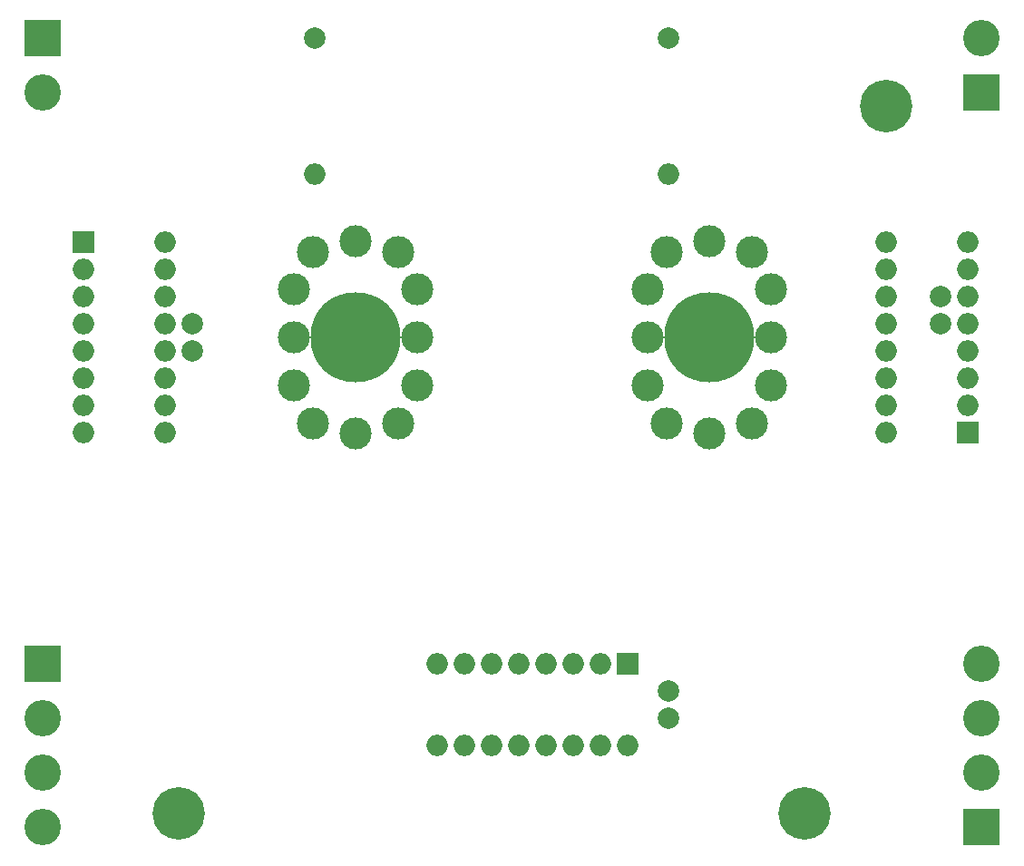
<source format=gbs>
G04 #@! TF.FileFunction,Soldermask,Bot*
%FSLAX46Y46*%
G04 Gerber Fmt 4.6, Leading zero omitted, Abs format (unit mm)*
G04 Created by KiCad (PCBNEW 4.0.6) date Sat Sep  9 17:26:42 2017*
%MOMM*%
%LPD*%
G01*
G04 APERTURE LIST*
%ADD10C,0.100000*%
%ADD11R,2.000000X2.000000*%
%ADD12O,2.000000X2.000000*%
%ADD13C,2.000000*%
%ADD14C,3.400000*%
%ADD15R,3.400000X3.400000*%
%ADD16C,3.000000*%
%ADD17C,8.400000*%
%ADD18C,4.900000*%
G04 APERTURE END LIST*
D10*
D11*
X91440000Y-40640000D03*
D12*
X83820000Y-22860000D03*
X91440000Y-38100000D03*
X83820000Y-25400000D03*
X91440000Y-35560000D03*
X83820000Y-27940000D03*
X91440000Y-33020000D03*
X83820000Y-30480000D03*
X91440000Y-30480000D03*
X83820000Y-33020000D03*
X91440000Y-27940000D03*
X83820000Y-35560000D03*
X91440000Y-25400000D03*
X83820000Y-38100000D03*
X91440000Y-22860000D03*
X83820000Y-40640000D03*
D13*
X30480000Y-3810000D03*
D12*
X30480000Y-16510000D03*
D13*
X63500000Y-64770000D03*
X63500000Y-67270000D03*
D14*
X5080000Y-67310000D03*
X5080000Y-72390000D03*
D15*
X5080000Y-62230000D03*
D14*
X5080000Y-77470000D03*
D15*
X92710000Y-8890000D03*
D14*
X92710000Y-3810000D03*
X92710000Y-72390000D03*
X92710000Y-67310000D03*
D15*
X92710000Y-77470000D03*
D14*
X92710000Y-62230000D03*
D15*
X5080000Y-3810000D03*
D14*
X5080000Y-8890000D03*
D13*
X63500000Y-3810000D03*
D12*
X63500000Y-16510000D03*
D11*
X59690000Y-62230000D03*
D12*
X41910000Y-69850000D03*
X57150000Y-62230000D03*
X44450000Y-69850000D03*
X54610000Y-62230000D03*
X46990000Y-69850000D03*
X52070000Y-62230000D03*
X49530000Y-69850000D03*
X49530000Y-62230000D03*
X52070000Y-69850000D03*
X46990000Y-62230000D03*
X54610000Y-69850000D03*
X44450000Y-62230000D03*
X57150000Y-69850000D03*
X41910000Y-62230000D03*
X59690000Y-69850000D03*
D11*
X8890000Y-22860000D03*
D12*
X16510000Y-40640000D03*
X8890000Y-25400000D03*
X16510000Y-38100000D03*
X8890000Y-27940000D03*
X16510000Y-35560000D03*
X8890000Y-30480000D03*
X16510000Y-33020000D03*
X8890000Y-33020000D03*
X16510000Y-30480000D03*
X8890000Y-35560000D03*
X16510000Y-27940000D03*
X8890000Y-38100000D03*
X16510000Y-25400000D03*
X8890000Y-40640000D03*
X16510000Y-22860000D03*
D13*
X19050000Y-30480000D03*
X19050000Y-32980000D03*
X88900000Y-27940000D03*
X88900000Y-30440000D03*
D16*
X67310000Y-22750000D03*
X67310000Y-40750000D03*
X73060000Y-31750000D03*
X61560000Y-31750000D03*
X61560000Y-36250000D03*
X61560000Y-27250000D03*
X73060000Y-27250000D03*
X73035000Y-36250000D03*
X63310000Y-39750000D03*
X71310000Y-39750000D03*
X71310000Y-23750000D03*
X63310000Y-23750000D03*
D17*
X67310000Y-31750000D03*
D16*
X34290000Y-22750000D03*
X34290000Y-40750000D03*
X40040000Y-31750000D03*
X28540000Y-31750000D03*
X28540000Y-36250000D03*
X28540000Y-27250000D03*
X40040000Y-27250000D03*
X40015000Y-36250000D03*
X30290000Y-39750000D03*
X38290000Y-39750000D03*
X38290000Y-23750000D03*
X30290000Y-23750000D03*
D17*
X34290000Y-31750000D03*
D18*
X17780000Y-76200000D03*
X83820000Y-10160000D03*
X76200000Y-76200000D03*
M02*

</source>
